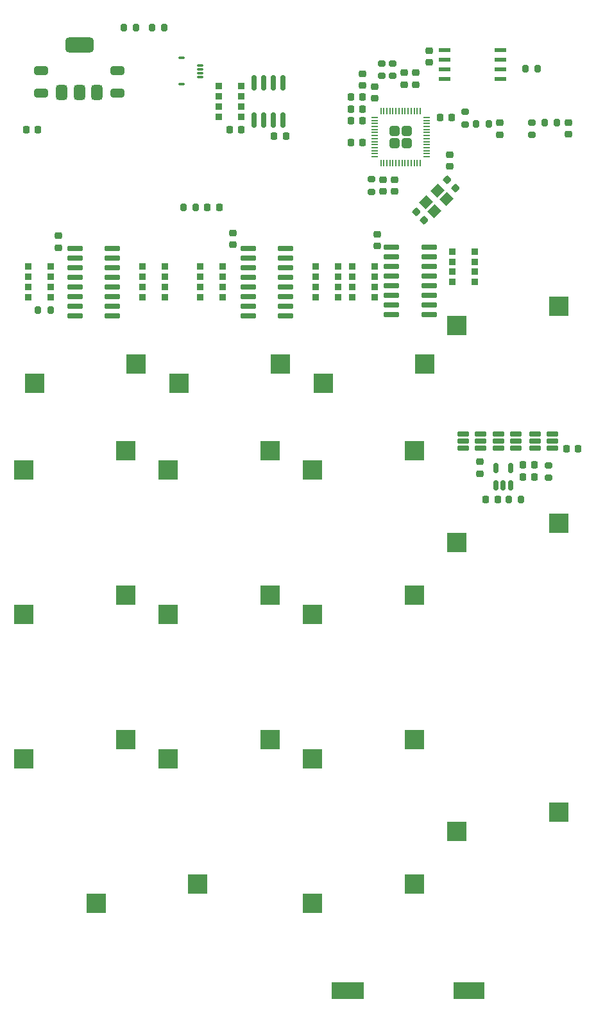
<source format=gbr>
%TF.GenerationSoftware,KiCad,Pcbnew,8.0.4*%
%TF.CreationDate,2024-10-18T15:11:06-05:00*%
%TF.ProjectId,numlocked_numpad,6e756d6c-6f63-46b6-9564-5f6e756d7061,rev?*%
%TF.SameCoordinates,Original*%
%TF.FileFunction,Paste,Bot*%
%TF.FilePolarity,Positive*%
%FSLAX46Y46*%
G04 Gerber Fmt 4.6, Leading zero omitted, Abs format (unit mm)*
G04 Created by KiCad (PCBNEW 8.0.4) date 2024-10-18 15:11:06*
%MOMM*%
%LPD*%
G01*
G04 APERTURE LIST*
G04 Aperture macros list*
%AMRoundRect*
0 Rectangle with rounded corners*
0 $1 Rounding radius*
0 $2 $3 $4 $5 $6 $7 $8 $9 X,Y pos of 4 corners*
0 Add a 4 corners polygon primitive as box body*
4,1,4,$2,$3,$4,$5,$6,$7,$8,$9,$2,$3,0*
0 Add four circle primitives for the rounded corners*
1,1,$1+$1,$2,$3*
1,1,$1+$1,$4,$5*
1,1,$1+$1,$6,$7*
1,1,$1+$1,$8,$9*
0 Add four rect primitives between the rounded corners*
20,1,$1+$1,$2,$3,$4,$5,0*
20,1,$1+$1,$4,$5,$6,$7,0*
20,1,$1+$1,$6,$7,$8,$9,0*
20,1,$1+$1,$8,$9,$2,$3,0*%
%AMRotRect*
0 Rectangle, with rotation*
0 The origin of the aperture is its center*
0 $1 length*
0 $2 width*
0 $3 Rotation angle, in degrees counterclockwise*
0 Add horizontal line*
21,1,$1,$2,0,0,$3*%
G04 Aperture macros list end*
%ADD10R,2.550000X2.500000*%
%ADD11R,0.900000X0.900000*%
%ADD12RoundRect,0.225000X-0.250000X0.225000X-0.250000X-0.225000X0.250000X-0.225000X0.250000X0.225000X0*%
%ADD13RoundRect,0.225000X-0.225000X-0.250000X0.225000X-0.250000X0.225000X0.250000X-0.225000X0.250000X0*%
%ADD14RoundRect,0.200000X-0.275000X0.200000X-0.275000X-0.200000X0.275000X-0.200000X0.275000X0.200000X0*%
%ADD15RoundRect,0.200000X-0.200000X-0.275000X0.200000X-0.275000X0.200000X0.275000X-0.200000X0.275000X0*%
%ADD16R,1.524000X0.533400*%
%ADD17RoundRect,0.150000X-0.650000X-0.150000X0.650000X-0.150000X0.650000X0.150000X-0.650000X0.150000X0*%
%ADD18RoundRect,0.075000X-0.910000X-0.225000X0.910000X-0.225000X0.910000X0.225000X-0.910000X0.225000X0*%
%ADD19RoundRect,0.200000X0.200000X0.275000X-0.200000X0.275000X-0.200000X-0.275000X0.200000X-0.275000X0*%
%ADD20RoundRect,0.225000X0.250000X-0.225000X0.250000X0.225000X-0.250000X0.225000X-0.250000X-0.225000X0*%
%ADD21RoundRect,0.250000X0.650000X-0.325000X0.650000X0.325000X-0.650000X0.325000X-0.650000X-0.325000X0*%
%ADD22R,4.350000X2.300000*%
%ADD23R,4.040000X2.300000*%
%ADD24RoundRect,0.225000X0.225000X0.250000X-0.225000X0.250000X-0.225000X-0.250000X0.225000X-0.250000X0*%
%ADD25RoundRect,0.375000X0.375000X-0.625000X0.375000X0.625000X-0.375000X0.625000X-0.375000X-0.625000X0*%
%ADD26RoundRect,0.500000X1.400000X-0.500000X1.400000X0.500000X-1.400000X0.500000X-1.400000X-0.500000X0*%
%ADD27RoundRect,0.225000X0.335876X0.017678X0.017678X0.335876X-0.335876X-0.017678X-0.017678X-0.335876X0*%
%ADD28RoundRect,0.150000X0.150000X-0.512500X0.150000X0.512500X-0.150000X0.512500X-0.150000X-0.512500X0*%
%ADD29RotRect,1.400000X1.200000X225.000000*%
%ADD30RoundRect,0.075000X0.325000X-0.075000X0.325000X0.075000X-0.325000X0.075000X-0.325000X-0.075000X0*%
%ADD31RoundRect,0.100000X0.300000X-0.100000X0.300000X0.100000X-0.300000X0.100000X-0.300000X-0.100000X0*%
%ADD32RoundRect,0.249999X0.395001X0.395001X-0.395001X0.395001X-0.395001X-0.395001X0.395001X-0.395001X0*%
%ADD33RoundRect,0.050000X0.387500X0.050000X-0.387500X0.050000X-0.387500X-0.050000X0.387500X-0.050000X0*%
%ADD34RoundRect,0.050000X0.050000X0.387500X-0.050000X0.387500X-0.050000X-0.387500X0.050000X-0.387500X0*%
%ADD35RoundRect,0.225000X-0.335876X-0.017678X-0.017678X-0.335876X0.335876X0.017678X0.017678X0.335876X0*%
%ADD36RoundRect,0.150000X0.150000X-0.825000X0.150000X0.825000X-0.150000X0.825000X-0.150000X-0.825000X0*%
%ADD37RoundRect,0.218750X0.218750X0.256250X-0.218750X0.256250X-0.218750X-0.256250X0.218750X-0.256250X0*%
%ADD38RoundRect,0.200000X0.275000X-0.200000X0.275000X0.200000X-0.275000X0.200000X-0.275000X-0.200000X0*%
G04 APERTURE END LIST*
D10*
%TO.C,S9*%
X113240000Y-103822500D03*
X126665000Y-101282500D03*
%TD*%
%TO.C,S2*%
X94190000Y-103822500D03*
X107615000Y-101282500D03*
%TD*%
%TO.C,S17*%
X132290000Y-103822500D03*
X145715000Y-101282500D03*
%TD*%
%TO.C,S8*%
X128060000Y-89852500D03*
X114635000Y-92392500D03*
%TD*%
%TO.C,S6*%
X94190000Y-141922500D03*
X107615000Y-139382500D03*
%TD*%
%TO.C,S3*%
X94190000Y-122872500D03*
X107615000Y-120332500D03*
%TD*%
%TO.C,S12*%
X132290000Y-160972500D03*
X145715000Y-158432500D03*
%TD*%
%TO.C,S11*%
X113240000Y-141922500D03*
X126665000Y-139382500D03*
%TD*%
%TO.C,S10*%
X113240000Y-122872500D03*
X126665000Y-120332500D03*
%TD*%
%TO.C,S16*%
X151340000Y-84772500D03*
X164765000Y-82232500D03*
%TD*%
%TO.C,S15*%
X151340000Y-113347500D03*
X164765000Y-110807500D03*
%TD*%
%TO.C,S1*%
X109010000Y-89852500D03*
X95585000Y-92392500D03*
%TD*%
%TO.C,S18*%
X132290000Y-122872500D03*
X145715000Y-120332500D03*
%TD*%
%TO.C,S19*%
X132290000Y-141922500D03*
X145715000Y-139382500D03*
%TD*%
%TO.C,S7*%
X103715000Y-160972500D03*
X117140000Y-158432500D03*
%TD*%
%TO.C,S20*%
X151340000Y-151447500D03*
X164765000Y-148907500D03*
%TD*%
%TO.C,S14*%
X147110000Y-89852500D03*
X133685000Y-92392500D03*
%TD*%
D11*
%TO.C,RN3*%
X120435000Y-77000000D03*
X120435000Y-78340000D03*
X120435000Y-79660000D03*
X120435000Y-81000000D03*
X117435000Y-81000000D03*
X117435000Y-79660000D03*
X117435000Y-78340000D03*
X117435000Y-77000000D03*
%TD*%
D12*
%TO.C,C22*%
X143100000Y-65525000D03*
X143100000Y-67075000D03*
%TD*%
D13*
%TO.C,C26*%
X160025000Y-103100000D03*
X161575000Y-103100000D03*
%TD*%
%TO.C,C29*%
X165812700Y-100973320D03*
X167362700Y-100973320D03*
%TD*%
%TO.C,C19*%
X149125000Y-57300000D03*
X150675000Y-57300000D03*
%TD*%
D14*
%TO.C,R7*%
X140100000Y-65475000D03*
X140100000Y-67125000D03*
%TD*%
D11*
%TO.C,RN5*%
X140500000Y-77000000D03*
X140500000Y-78340000D03*
X140500000Y-79660000D03*
X140500000Y-81000000D03*
X137500000Y-81000000D03*
X137500000Y-79660000D03*
X137500000Y-78340000D03*
X137500000Y-77000000D03*
%TD*%
D14*
%TO.C,R9*%
X141400000Y-50175000D03*
X141400000Y-51825000D03*
%TD*%
D15*
%TO.C,R13*%
X111075000Y-45500000D03*
X112725000Y-45500000D03*
%TD*%
D11*
%TO.C,RN1*%
X97750000Y-77000000D03*
X97750000Y-78340000D03*
X97750000Y-79660000D03*
X97750000Y-81000000D03*
X94750000Y-81000000D03*
X94750000Y-79660000D03*
X94750000Y-78340000D03*
X94750000Y-77000000D03*
%TD*%
D16*
%TO.C,U7*%
X157044900Y-48395000D03*
X157044900Y-49665000D03*
X157044900Y-50935000D03*
X157044900Y-52205000D03*
X149755100Y-52205000D03*
X149755100Y-50935000D03*
X149755100Y-49665000D03*
X149755100Y-48395000D03*
%TD*%
D11*
%TO.C,RN2*%
X109815000Y-81000000D03*
X109815000Y-79660000D03*
X109815000Y-78340000D03*
X109815000Y-77000000D03*
X112815000Y-77000000D03*
X112815000Y-78340000D03*
X112815000Y-79660000D03*
X112815000Y-81000000D03*
%TD*%
D12*
%TO.C,C5*%
X157000000Y-58025000D03*
X157000000Y-59575000D03*
%TD*%
D14*
%TO.C,R3*%
X152400000Y-56575000D03*
X152400000Y-58225000D03*
%TD*%
D17*
%TO.C,U5*%
X161650000Y-100950000D03*
X161650000Y-100000000D03*
X161650000Y-99050000D03*
X163950000Y-99050000D03*
X163950000Y-100000000D03*
X163950000Y-100950000D03*
%TD*%
D18*
%TO.C,U2*%
X105865000Y-74555000D03*
X105865000Y-75825000D03*
X105865000Y-77095000D03*
X105865000Y-78365000D03*
X105865000Y-79635000D03*
X105865000Y-80905000D03*
X105865000Y-82175000D03*
X105865000Y-83445000D03*
X100915000Y-83445000D03*
X100915000Y-82175000D03*
X100915000Y-80905000D03*
X100915000Y-79635000D03*
X100915000Y-78365000D03*
X100915000Y-77095000D03*
X100915000Y-75825000D03*
X100915000Y-74555000D03*
%TD*%
D12*
%TO.C,C24*%
X147700000Y-48500000D03*
X147700000Y-50050000D03*
%TD*%
D11*
%TO.C,RN7*%
X119900000Y-57200000D03*
X119900000Y-55860000D03*
X119900000Y-54540000D03*
X119900000Y-53200000D03*
X122900000Y-53200000D03*
X122900000Y-54540000D03*
X122900000Y-55860000D03*
X122900000Y-57200000D03*
%TD*%
D19*
%TO.C,R2*%
X164562686Y-57965752D03*
X162912686Y-57965752D03*
%TD*%
D20*
%TO.C,C2*%
X140800000Y-74275000D03*
X140800000Y-72725000D03*
%TD*%
%TO.C,C18*%
X144400000Y-52975000D03*
X144400000Y-51425000D03*
%TD*%
D21*
%TO.C,C7*%
X96500000Y-54075000D03*
X96500000Y-51125000D03*
%TD*%
D22*
%TO.C,BT1*%
X136935000Y-172500000D03*
D23*
X152900000Y-172500000D03*
%TD*%
D24*
%TO.C,C23*%
X138875000Y-56200000D03*
X137325000Y-56200000D03*
%TD*%
%TO.C,C21*%
X138875000Y-60600000D03*
X137325000Y-60600000D03*
%TD*%
D18*
%TO.C,U3*%
X128725000Y-74555000D03*
X128725000Y-75825000D03*
X128725000Y-77095000D03*
X128725000Y-78365000D03*
X128725000Y-79635000D03*
X128725000Y-80905000D03*
X128725000Y-82175000D03*
X128725000Y-83445000D03*
X123775000Y-83445000D03*
X123775000Y-82175000D03*
X123775000Y-80905000D03*
X123775000Y-79635000D03*
X123775000Y-78365000D03*
X123775000Y-77095000D03*
X123775000Y-75825000D03*
X123775000Y-74555000D03*
%TD*%
D19*
%TO.C,R12*%
X109025000Y-45500000D03*
X107375000Y-45500000D03*
%TD*%
D12*
%TO.C,C14*%
X141600000Y-65525000D03*
X141600000Y-67075000D03*
%TD*%
D20*
%TO.C,C13*%
X138900000Y-53075000D03*
X138900000Y-51525000D03*
%TD*%
D17*
%TO.C,U9*%
X152150000Y-100950000D03*
X152150000Y-100000000D03*
X152150000Y-99050000D03*
X154450000Y-99050000D03*
X154450000Y-100000000D03*
X154450000Y-100950000D03*
%TD*%
D14*
%TO.C,R8*%
X142900000Y-50175000D03*
X142900000Y-51825000D03*
%TD*%
D20*
%TO.C,C15*%
X140500000Y-54775000D03*
X140500000Y-53225000D03*
%TD*%
D13*
%TO.C,C32*%
X121325000Y-58900000D03*
X122875000Y-58900000D03*
%TD*%
D14*
%TO.C,R6*%
X163400000Y-103175000D03*
X163400000Y-104825000D03*
%TD*%
D19*
%TO.C,R11*%
X162025000Y-50900000D03*
X160375000Y-50900000D03*
%TD*%
D25*
%TO.C,U1*%
X103800000Y-54050000D03*
X101500000Y-54050000D03*
X99200000Y-54050000D03*
D26*
X101500000Y-47750000D03*
%TD*%
D27*
%TO.C,C11*%
X147048008Y-70848008D03*
X145951992Y-69751992D03*
%TD*%
D15*
%TO.C,R5*%
X115250000Y-69200000D03*
X116900000Y-69200000D03*
%TD*%
D28*
%TO.C,U8*%
X158400000Y-105837500D03*
X157450000Y-105837500D03*
X156500000Y-105837500D03*
X156500000Y-103562500D03*
X158400000Y-103562500D03*
%TD*%
D29*
%TO.C,X1*%
X149943503Y-68087868D03*
X148387868Y-69643503D03*
X147256497Y-68512132D03*
X148812132Y-66956497D03*
%TD*%
D17*
%TO.C,U10*%
X156850000Y-100950000D03*
X156850000Y-100000000D03*
X156850000Y-99050000D03*
X159150000Y-99050000D03*
X159150000Y-100000000D03*
X159150000Y-100950000D03*
%TD*%
D24*
%TO.C,C20*%
X138875000Y-57700000D03*
X137325000Y-57700000D03*
%TD*%
D30*
%TO.C,J7*%
X117500000Y-51950000D03*
X117500000Y-51450000D03*
X117500000Y-50950000D03*
X117500000Y-50450000D03*
D31*
X115000000Y-52950000D03*
X115000000Y-49450000D03*
%TD*%
D32*
%TO.C,U6*%
X144700000Y-60700000D03*
X144700000Y-59100000D03*
X143100000Y-60700000D03*
X143100000Y-59100000D03*
D33*
X147337500Y-57300000D03*
X147337500Y-57700000D03*
X147337500Y-58100000D03*
X147337500Y-58500000D03*
X147337500Y-58900000D03*
X147337500Y-59300000D03*
X147337500Y-59700000D03*
X147337500Y-60100000D03*
X147337500Y-60500000D03*
X147337500Y-60900000D03*
X147337500Y-61300000D03*
X147337500Y-61700000D03*
X147337500Y-62100000D03*
X147337500Y-62500000D03*
D34*
X146500000Y-63337500D03*
X146100000Y-63337500D03*
X145700000Y-63337500D03*
X145300000Y-63337500D03*
X144900000Y-63337500D03*
X144500000Y-63337500D03*
X144100000Y-63337500D03*
X143700000Y-63337500D03*
X143300000Y-63337500D03*
X142900000Y-63337500D03*
X142500000Y-63337500D03*
X142100000Y-63337500D03*
X141700000Y-63337500D03*
X141300000Y-63337500D03*
D33*
X140462500Y-62500000D03*
X140462500Y-62100000D03*
X140462500Y-61700000D03*
X140462500Y-61300000D03*
X140462500Y-60900000D03*
X140462500Y-60500000D03*
X140462500Y-60100000D03*
X140462500Y-59700000D03*
X140462500Y-59300000D03*
X140462500Y-58900000D03*
X140462500Y-58500000D03*
X140462500Y-58100000D03*
X140462500Y-57700000D03*
X140462500Y-57300000D03*
D34*
X141300000Y-56462500D03*
X141700000Y-56462500D03*
X142100000Y-56462500D03*
X142500000Y-56462500D03*
X142900000Y-56462500D03*
X143300000Y-56462500D03*
X143700000Y-56462500D03*
X144100000Y-56462500D03*
X144500000Y-56462500D03*
X144900000Y-56462500D03*
X145300000Y-56462500D03*
X145700000Y-56462500D03*
X146100000Y-56462500D03*
X146500000Y-56462500D03*
%TD*%
D18*
%TO.C,U4*%
X147670000Y-74455000D03*
X147670000Y-75725000D03*
X147670000Y-76995000D03*
X147670000Y-78265000D03*
X147670000Y-79535000D03*
X147670000Y-80805000D03*
X147670000Y-82075000D03*
X147670000Y-83345000D03*
X142720000Y-83345000D03*
X142720000Y-82075000D03*
X142720000Y-80805000D03*
X142720000Y-79535000D03*
X142720000Y-78265000D03*
X142720000Y-76995000D03*
X142720000Y-75725000D03*
X142720000Y-74455000D03*
%TD*%
D11*
%TO.C,RN4*%
X132675000Y-81000000D03*
X132675000Y-79660000D03*
X132675000Y-78340000D03*
X132675000Y-77000000D03*
X135675000Y-77000000D03*
X135675000Y-78340000D03*
X135675000Y-79660000D03*
X135675000Y-81000000D03*
%TD*%
D20*
%TO.C,C4*%
X121750000Y-74075000D03*
X121750000Y-72525000D03*
%TD*%
D19*
%TO.C,R4*%
X155555000Y-58125000D03*
X153905000Y-58125000D03*
%TD*%
D35*
%TO.C,C10*%
X150051992Y-65551992D03*
X151148008Y-66648008D03*
%TD*%
D20*
%TO.C,C12*%
X145900000Y-52975000D03*
X145900000Y-51425000D03*
%TD*%
D36*
%TO.C,U11*%
X128405000Y-57675000D03*
X127135000Y-57675000D03*
X125865000Y-57675000D03*
X124595000Y-57675000D03*
X124595000Y-52725000D03*
X125865000Y-52725000D03*
X127135000Y-52725000D03*
X128405000Y-52725000D03*
%TD*%
D11*
%TO.C,RN6*%
X150700000Y-79000000D03*
X150700000Y-77660000D03*
X150700000Y-76340000D03*
X150700000Y-75000000D03*
X153700000Y-75000000D03*
X153700000Y-76340000D03*
X153700000Y-77660000D03*
X153700000Y-79000000D03*
%TD*%
D13*
%TO.C,C28*%
X160025000Y-104700000D03*
X161575000Y-104700000D03*
%TD*%
D24*
%TO.C,C9*%
X96075000Y-58900000D03*
X94525000Y-58900000D03*
%TD*%
%TO.C,C25*%
X156702983Y-107700000D03*
X155152983Y-107700000D03*
%TD*%
D20*
%TO.C,C3*%
X98750000Y-74475000D03*
X98750000Y-72925000D03*
%TD*%
D21*
%TO.C,C6*%
X106500000Y-54075000D03*
X106500000Y-51125000D03*
%TD*%
D15*
%TO.C,R10*%
X96050000Y-82700000D03*
X97700000Y-82700000D03*
%TD*%
D12*
%TO.C,C17*%
X150400000Y-62225000D03*
X150400000Y-63775000D03*
%TD*%
D24*
%TO.C,C16*%
X138875000Y-54600000D03*
X137325000Y-54600000D03*
%TD*%
D12*
%TO.C,C27*%
X154400000Y-102725000D03*
X154400000Y-104275000D03*
%TD*%
D37*
%TO.C,D1*%
X119987500Y-69200000D03*
X118412500Y-69200000D03*
%TD*%
D15*
%TO.C,R14*%
X158177983Y-107700000D03*
X159827983Y-107700000D03*
%TD*%
D13*
%TO.C,C31*%
X127225000Y-59800000D03*
X128775000Y-59800000D03*
%TD*%
D12*
%TO.C,C1*%
X166047686Y-57955752D03*
X166047686Y-59505752D03*
%TD*%
D38*
%TO.C,R1*%
X161247686Y-59640752D03*
X161247686Y-57990752D03*
%TD*%
M02*

</source>
